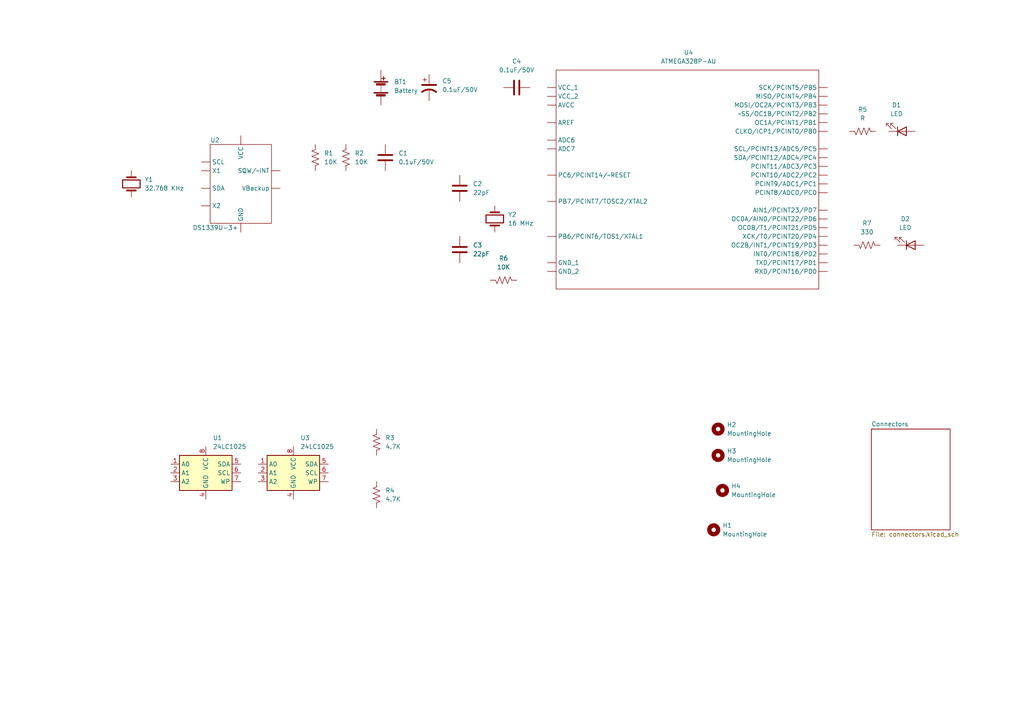
<source format=kicad_sch>
(kicad_sch (version 20211123) (generator eeschema)
  (paper "A4")
  (title_block (title "${project_name}") (date "2022-05-28") (rev "1"))
  (lib_symbols
    (symbol "RN_Batteries:Battery" (pin_numbers hide) (pin_names (offset 0) hide)
      (property "Reference" "BT" (at 2.54 2.54 0))
      (property "Value" "Battery" (at 2.54 0 0))
      (symbol "Battery_0_1"
        (rectangle (start -2.032 -1.397) (end 2.032 -1.651) (fill (type outline)))
        (rectangle (start -2.032 1.778) (end 2.032 1.524) (fill (type outline)))
        (rectangle (start -1.3208 -1.9812) (end 1.27 -2.4892) (fill (type outline)))
        (rectangle (start -1.3208 1.1938) (end 1.27 0.6858) (fill (type outline)))
        (polyline (pts (xy 0 -1.524) (xy 0 -1.27)))
        (polyline (pts (xy 0 -1.016) (xy 0 -0.762)))
        (polyline (pts (xy 0 -0.508) (xy 0 -0.254)))
        (polyline (pts (xy 0 0) (xy 0 0.254)))
        (polyline (pts (xy 0 0.508) (xy 0 0.762)))
        (polyline (pts (xy 0 1.778) (xy 0 2.54)))
        (polyline (pts (xy 0.254 2.667) (xy 1.27 2.667)) (stroke (width 0.254)))
        (polyline (pts (xy 0.762 3.175) (xy 0.762 2.159)) (stroke (width 0.254)))
      )
      (symbol "Battery_1_1"
        (pin passive line (at 0 5.08 270) (length 2.54) (name "+") (number "1"))
        (pin passive line (at 0 -5.08 90) (length 2.54) (name "-") (number "2"))
      )
    )
    (symbol "RN_Capacitors:C_NPOL" (pin_numbers hide) (pin_names (offset 0.254))
      (property "Reference" "C" (at 0.635 2.54 0))
      (property "Value" "C_NPOL" (at 0.635 -2.54 0))
      (symbol "C_NPOL_0_1"
        (polyline (pts (xy -2.032 -0.762) (xy 2.032 -0.762)) (stroke (width 0.508)))
        (polyline (pts (xy -2.032 0.762) (xy 2.032 0.762)) (stroke (width 0.508)))
      )
      (symbol "C_NPOL_1_1"
        (pin passive line (at 0 3.81 270) (length 2.794) (name "~") (number "1"))
        (pin passive line (at 0 -3.81 90) (length 2.794) (name "~") (number "2"))
      )
    )
    (symbol "RN_Capacitors:C_POL" (pin_numbers hide) (pin_names (offset 0.254) hide)
      (property "Reference" "C" (at 0.635 2.54 0))
      (property "Value" "C_POL" (at 0.635 -2.54 0))
      (symbol "C_POL_0_1"
        (polyline (pts (xy -2.032 0.762) (xy 2.032 0.762)) (stroke (width 0.508)))
        (polyline (pts (xy -1.778 2.286) (xy -0.762 2.286)))
        (polyline (pts (xy -1.27 1.778) (xy -1.27 2.794)))
        (arc (start 2.032 -1.27) (mid 0 -0.5572) (end -2.032 -1.27) (stroke (width 0.508)))
      )
      (symbol "C_POL_1_1"
        (pin passive line (at 0 3.81 270) (length 2.794) (name "~") (number "1"))
        (pin passive line (at 0 -3.81 90) (length 3.302) (name "~") (number "2"))
      )
    )
    (symbol "RN_Crystals:Y" (pin_numbers hide) (pin_names (offset 1.016) hide)
      (property "Reference" "Y" (at 0 3.81 0))
      (property "Value" "Y" (at 0 -3.81 0))
      (symbol "Y_0_1"
        (rectangle (start -1.143 2.54) (end 1.143 -2.54) (stroke (width 0.3048)))
        (polyline (pts (xy -2.54 0) (xy -1.905 0)))
        (polyline (pts (xy -1.905 -1.27) (xy -1.905 1.27)) (stroke (width 0.508)))
        (polyline (pts (xy 1.905 -1.27) (xy 1.905 1.27)) (stroke (width 0.508)))
        (polyline (pts (xy 2.54 0) (xy 1.905 0)))
      )
      (symbol "Y_1_1"
        (pin passive line (at -3.81 0 0) (length 1.27) (name "1") (number "1"))
        (pin passive line (at 3.81 0 180) (length 1.27) (name "2") (number "2"))
      )
    )
    (symbol "RN_IC_Memory:24LC1025"
      (property "Reference" "U" (at -6.35 6.35 0))
      (property "Value" "24LC1025" (at 1.27 6.35 0))
      (symbol "24LC1025_1_1"
        (rectangle (start -7.62 5.08) (end 7.62 -5.08) (stroke (width 0.254)) (fill (type background)))
        (pin input line (at -10.16 2.54 0) (length 2.54) (name "A0") (number "1"))
        (pin input line (at -10.16 0 0) (length 2.54) (name "A1") (number "2"))
        (pin input line (at -10.16 -2.54 0) (length 2.54) (name "A2") (number "3"))
        (pin power_in line (at 0 -7.62 90) (length 2.54) (name "GND") (number "4"))
        (pin bidirectional line (at 10.16 2.54 180) (length 2.54) (name "SDA") (number "5"))
        (pin input line (at 10.16 0 180) (length 2.54) (name "SCL") (number "6"))
        (pin input line (at 10.16 -2.54 180) (length 2.54) (name "WP") (number "7"))
        (pin power_in line (at 0 7.62 270) (length 2.54) (name "VCC") (number "8"))
      )
    )
    (symbol "RN_IC_Microcontrollers:ATMEGA328P-AU"
      (property "Reference" "U" (at -36.83 64.77 0))
      (property "Value" "ATMEGA328P-AU" (at -30.48 -2.54 0))
      (symbol "ATMEGA328P-AU_0_1"
        (rectangle (start -38.1 63.5) (end 38.1 0))
        (rectangle (start 38.735 20.32) (end 38.735 20.32))
      )
      (symbol "ATMEGA328P-AU_1_1"
        (pin bidirectional line (at -40.64 43.18 0) (length 2.54) (name "ADC6") (number ""))
        (pin bidirectional line (at -40.64 40.64 0) (length 2.54) (name "ADC7") (number ""))
        (pin bidirectional line (at 40.64 22.86 180) (length 2.54) (name "AIN1/PCINT23/PD7") (number ""))
        (pin power_in line (at -40.64 48.26 0) (length 2.54) (name "AREF") (number ""))
        (pin power_in line (at -40.64 53.34 0) (length 2.54) (name "AVCC") (number ""))
        (pin bidirectional line (at 40.64 45.72 180) (length 2.54) (name "CLKO/ICP1/PCINT0/PB0") (number ""))
        (pin power_in line (at -40.64 7.62 0) (length 2.54) (name "GND_1") (number ""))
        (pin power_in line (at -40.64 5.08 0) (length 2.54) (name "GND_2") (number ""))
        (pin bidirectional line (at 40.64 10.16 180) (length 2.54) (name "INT0/PCINT18/PD2") (number ""))
        (pin bidirectional line (at 40.64 55.88 180) (length 2.54) (name "MISO/PCINT4/PB4") (number ""))
        (pin bidirectional line (at 40.64 53.34 180) (length 2.54) (name "MOSI/OC2A/PCINT3/PB3") (number ""))
        (pin bidirectional line (at 40.64 20.32 180) (length 2.54) (name "OC0A/AIN0/PCINT22/PD6") (number ""))
        (pin bidirectional line (at 40.64 17.78 180) (length 2.54) (name "OC0B/T1/PCINT21/PD5") (number ""))
        (pin bidirectional line (at 40.64 48.26 180) (length 2.54) (name "OC1A/PCINT1/PB1") (number ""))
        (pin bidirectional line (at 40.64 12.7 180) (length 2.54) (name "OC2B/INT1/PCINT19/PD3") (number ""))
        (pin bidirectional line (at -40.64 15.24 0) (length 2.54) (name "PB6/PCINT6/TOS1/XTAL1") (number ""))
        (pin bidirectional line (at -40.64 25.4 0) (length 2.54) (name "PB7/PCINT7/TOSC2/XTAL2") (number ""))
        (pin bidirectional line (at -40.64 33.02 0) (length 2.54) (name "PC6/PCINT14/~RESET") (number ""))
        (pin bidirectional line (at 40.64 33.02 180) (length 2.54) (name "PCINT10/ADC2/PC2") (number ""))
        (pin bidirectional line (at 40.64 35.56 180) (length 2.54) (name "PCINT11/ADC3/PC3") (number ""))
        (pin bidirectional line (at 40.64 27.94 180) (length 2.54) (name "PCINT8/ADC0/PC0") (number ""))
        (pin bidirectional line (at 40.64 30.48 180) (length 2.54) (name "PCINT9/ADC1/PC1") (number ""))
        (pin bidirectional line (at 40.64 5.08 180) (length 2.54) (name "RXD/PCINT16/PD0") (number ""))
        (pin bidirectional line (at 40.64 58.42 180) (length 2.54) (name "SCK/PCINT5/PB5") (number ""))
        (pin bidirectional line (at 40.64 40.64 180) (length 2.54) (name "SCL/PCINT13/ADC5/PC5") (number ""))
        (pin bidirectional line (at 40.64 38.1 180) (length 2.54) (name "SDA/PCINT12/ADC4/PC4") (number ""))
        (pin bidirectional line (at 40.64 7.62 180) (length 2.54) (name "TXD/PCINT17/PD1") (number ""))
        (pin power_in line (at -40.64 58.42 0) (length 2.54) (name "VCC_1") (number ""))
        (pin power_in line (at -40.64 55.88 0) (length 2.54) (name "VCC_2") (number ""))
        (pin bidirectional line (at 40.64 15.24 180) (length 2.54) (name "XCK/T0/PCINT20/PD4") (number ""))
        (pin bidirectional line (at 40.64 50.8 180) (length 2.54) (name "~SS/OC1B/PCINT2/PB2") (number ""))
      )
    )
    (symbol "RN_IC_RTC:DS1339U-3+"
      (property "Reference" "U" (at -8.89 16.51 0))
      (property "Value" "DS1339U-3+" (at -2.54 -8.89 0))
      (symbol "DS1339U-3+_0_1"
        (rectangle (start -8.89 15.24) (end 8.89 -7.62))
      )
      (symbol "DS1339U-3+_1_1"
        (pin power_in line (at 0 -10.16 90) (length 2.54) (name "GND") (number ""))
        (pin input line (at -11.43 10.16 0) (length 2.54) (name "SCL") (number ""))
        (pin bidirectional line (at -11.43 2.54 0) (length 2.54) (name "SDA") (number ""))
        (pin output line (at 11.43 7.62 180) (length 2.54) (name "SQW/~INT") (number ""))
        (pin power_in line (at 11.43 2.54 180) (length 2.54) (name "VBackup") (number ""))
        (pin power_in line (at 0 17.78 270) (length 2.54) (name "VCC") (number ""))
        (pin input line (at -11.43 7.62 0) (length 2.54) (name "X1") (number ""))
        (pin input line (at -11.43 -2.54 0) (length 2.54) (name "X2") (number ""))
      )
    )
    (symbol "RN_LED:LED" (pin_numbers hide) (pin_names (offset 1.016) hide)
      (property "Reference" "D" (at -1.27 2.54 0))
      (property "Value" "LED" (at -1.27 -3.81 0))
      (symbol "LED_0_1"
        (polyline (pts (xy 0 -1.27) (xy 0 1.27)) (stroke (width 0.254)))
        (polyline (pts (xy 0 0) (xy -2.54 0)))
        (polyline (pts (xy -2.54 -1.27) (xy -2.54 1.27) (xy 0 0) (xy -2.54 -1.27)) (stroke (width 0.254)))
        (polyline (pts (xy 0.508 -0.762) (xy 2.032 -2.286) (xy 1.27 -2.286) (xy 2.032 -2.286) (xy 2.032 -1.524)))
        (polyline (pts (xy 1.778 -0.762) (xy 3.302 -2.286) (xy 2.54 -2.286) (xy 3.302 -2.286) (xy 3.302 -1.524)))
      )
      (symbol "LED_1_1"
        (pin passive line (at 2.54 0 180) (length 2.54) (name "K") (number "1"))
        (pin passive line (at -5.08 0 0) (length 2.54) (name "A") (number "2"))
      )
    )
    (symbol "RN_Mounting:MountingHole" (pin_names (offset 1.016))
      (property "Reference" "H" (at 0 5.08 0))
      (property "Value" "MountingHole" (at 0 3.175 0))
      (symbol "MountingHole_0_1"
        (circle (center 0 0) (radius 1.27) (stroke (width 1.27)))
      )
    )
    (symbol "RN_Resistors:R" (pin_numbers hide) (pin_names (offset 0))
      (property "Reference" "R" (at 0 2.54 0))
      (property "Value" "R" (at 0 -2.54 0))
      (symbol "R_0_1"
        (polyline (pts (xy -2.286 0) (xy -2.54 0)))
        (polyline (pts (xy 2.286 0) (xy 2.54 0)))
        (polyline (pts (xy -0.762 0) (xy -1.143 1.016) (xy -1.524 0) (xy -1.905 -1.016) (xy -2.286 0)))
        (polyline (pts (xy 0.762 0) (xy 0.381 1.016) (xy 0 0) (xy -0.381 -1.016) (xy -0.762 0)))
        (polyline (pts (xy 2.286 0) (xy 1.905 1.016) (xy 1.524 0) (xy 1.143 -1.016) (xy 0.762 0)))
      )
      (symbol "R_1_1"
        (pin passive line (at 3.81 0 180) (length 1.27) (name "~") (number "1"))
        (pin passive line (at -3.81 0 0) (length 1.27) (name "~") (number "2"))
      )
    )
  )
  (symbol (lib_id "RN_LED:LED") (at 262.89 71.12 180) (unit 1)
    (property "Reference" "D2" (at 262.5725 63.5 0))
    (property "Value" "LED" (at 262.5725 66.04 0))
  )
  (symbol (lib_id "RN_IC_Microcontrollers:ATMEGA328P-AU") (at 199.39 83.82 0) (unit 1)
    (property "Reference" "U4" (at 199.7075 15.24 0))
    (property "Value" "ATMEGA328P-AU" (at 199.7075 17.78 0))
  )
  (symbol (lib_id "RN_Mounting:MountingHole") (at 207.01 153.67 0) (unit 1)
    (property "Reference" "H1" (at 209.55 152.3999 0) (effects (justify left)))
    (property "Value" "MountingHole" (at 209.55 154.9399 0) (effects (justify left)))
  )
  (symbol (lib_id "RN_Mounting:MountingHole") (at 208.28 124.46 0) (unit 1)
    (property "Reference" "H2" (at 210.82 123.1899 0) (effects (justify left)))
    (property "Value" "MountingHole" (at 210.82 125.7299 0) (effects (justify left)))
  )
  (symbol (lib_id "RN_Resistors:R") (at 109.22 128.27 90) (unit 1)
    (property "Reference" "R3" (at 111.76 126.9999 90) (effects (justify right)))
    (property "Value" "4.7K" (at 111.76 129.5399 90) (effects (justify right)))
  )
  (symbol (lib_id "RN_IC_Memory:24LC1025") (at 59.69 137.16 0) (unit 1)
    (property "Reference" "U1" (at 61.7094 127 0) (effects (justify left)))
    (property "Value" "24LC1025" (at 61.7094 129.54 0) (effects (justify left)))
  )
  (symbol (lib_id "RN_Capacitors:C_POL") (at 124.46 25.4 0) (unit 1)
    (property "Reference" "C5" (at 128.27 23.4949 0) (effects (justify left)))
    (property "Value" "0.1uF/50V" (at 128.27 26.0349 0) (effects (justify left)))
  )
  (symbol (lib_id "RN_Resistors:R") (at 146.05 81.28 0) (unit 1)
    (property "Reference" "R6" (at 146.05 74.93 0))
    (property "Value" "10K" (at 146.05 77.47 0))
  )
  (symbol (lib_id "RN_Crystals:Y") (at 143.51 63.5 270) (unit 1)
    (property "Reference" "Y2" (at 147.32 62.2299 90) (effects (justify left)))
    (property "Value" "16 MHz" (at 147.32 64.7699 90) (effects (justify left)))
  )
  (symbol (lib_id "RN_IC_RTC:DS1339U-3+") (at 69.85 57.15 0) (unit 1)
    (property "Reference" "U2" (at 60.96 40.64 0) (effects (justify left)))
    (property "Value" "DS1339U-3+" (at 55.88 66.04 0) (effects (justify left)))
  )
  (symbol (lib_id "RN_Mounting:MountingHole") (at 209.55 142.24 0) (unit 1)
    (property "Reference" "H4" (at 212.09 140.9699 0) (effects (justify left)))
    (property "Value" "MountingHole" (at 212.09 143.5099 0) (effects (justify left)))
  )
  (symbol (lib_id "RN_Batteries:Battery") (at 110.49 25.4 0) (unit 1)
    (property "Reference" "BT1" (at 114.3 23.7489 0) (effects (justify left)))
    (property "Value" "Battery" (at 114.3 26.2889 0) (effects (justify left)))
  )
  (symbol (lib_id "RN_Crystals:Y") (at 38.1 53.34 270) (unit 1)
    (property "Reference" "Y1" (at 41.91 52.0699 90) (effects (justify left)))
    (property "Value" "32.768 KHz" (at 41.91 54.6099 90) (effects (justify left)))
  )
  (symbol (lib_id "RN_Capacitors:C_NPOL") (at 133.35 72.39 0) (unit 1)
    (property "Reference" "C3" (at 137.16 71.1199 0) (effects (justify left)))
    (property "Value" "22pF" (at 137.16 73.6599 0) (effects (justify left)))
  )
  (symbol (lib_id "RN_IC_Memory:24LC1025") (at 85.09 137.16 0) (unit 1)
    (property "Reference" "U3" (at 87.1094 127 0) (effects (justify left)))
    (property "Value" "24LC1025" (at 87.1094 129.54 0) (effects (justify left)))
  )
  (symbol (lib_id "RN_Resistors:R") (at 251.46 71.12 0) (unit 1)
    (property "Reference" "R7" (at 251.46 64.77 0))
    (property "Value" "330" (at 251.46 67.31 0))
  )
  (symbol (lib_id "RN_Capacitors:C_NPOL") (at 133.35 54.61 0) (unit 1)
    (property "Reference" "C2" (at 137.16 53.3399 0) (effects (justify left)))
    (property "Value" "22pF" (at 137.16 55.8799 0) (effects (justify left)))
  )
  (symbol (lib_id "RN_Mounting:MountingHole") (at 208.28 132.08 0) (unit 1)
    (property "Reference" "H3" (at 210.82 130.8099 0) (effects (justify left)))
    (property "Value" "MountingHole" (at 210.82 133.3499 0) (effects (justify left)))
  )
  (symbol (lib_id "RN_Resistors:R") (at 109.22 143.51 90) (unit 1)
    (property "Reference" "R4" (at 111.76 142.2399 90) (effects (justify right)))
    (property "Value" "4.7K" (at 111.76 144.7799 90) (effects (justify right)))
  )
  (symbol (lib_id "RN_Capacitors:C_NPOL") (at 111.76 45.72 0) (unit 1)
    (property "Reference" "C1" (at 115.57 44.4499 0) (effects (justify left)))
    (property "Value" "0.1uF/50V" (at 115.57 46.9899 0) (effects (justify left)))
  )
  (symbol (lib_id "RN_Resistors:R") (at 91.44 45.72 270) (unit 1)
    (property "Reference" "R1" (at 93.98 44.4499 90) (effects (justify left)))
    (property "Value" "10K" (at 93.98 46.9899 90) (effects (justify left)))
  )
  (symbol (lib_id "RN_Capacitors:C_NPOL") (at 149.86 25.4 270) (unit 1)
    (property "Reference" "C4" (at 149.86 17.78 90))
    (property "Value" "0.1uF/50V" (at 149.86 20.32 90))
  )
  (symbol (lib_id "RN_Resistors:R") (at 100.33 45.72 270) (unit 1)
    (property "Reference" "R2" (at 102.87 44.4499 90) (effects (justify left)))
    (property "Value" "10K" (at 102.87 46.9899 90) (effects (justify left)))
  )
  (symbol (lib_id "RN_Resistors:R") (at 250.19 38.1 0) (unit 1)
    (property "Reference" "R5" (at 250.19 31.75 0))
    (property "Value" "R" (at 250.19 34.29 0))
  )
  (symbol (lib_id "RN_LED:LED") (at 260.35 38.1 180) (unit 1)
    (property "Reference" "D1" (at 260.0325 30.48 0))
    (property "Value" "LED" (at 260.0325 33.02 0))
  )
  (sheet (at 252.73 124.46) (size 22.86 29.21) (stroke (width 0.1524))
    (property "Sheet name" "Connectors" (at 252.73 123.7484 0) (effects (justify left bottom)))
    (property "Sheet file" "connectors.kicad_sch" (at 252.73 154.2546 0) (effects (justify left top)))
  )
)
</source>
